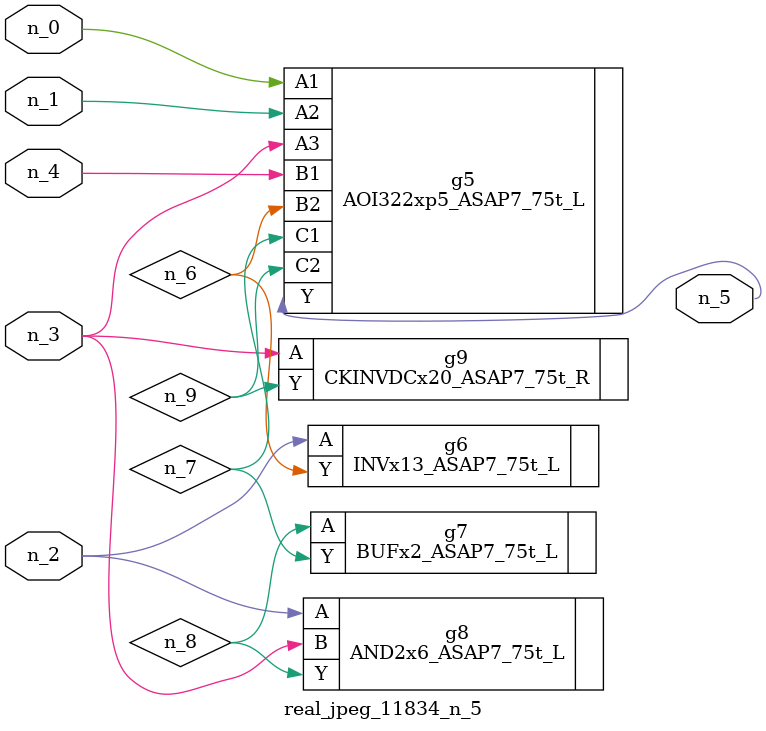
<source format=v>
module real_jpeg_11834_n_5 (n_4, n_0, n_1, n_2, n_3, n_5);

input n_4;
input n_0;
input n_1;
input n_2;
input n_3;

output n_5;

wire n_8;
wire n_6;
wire n_7;
wire n_9;

AOI322xp5_ASAP7_75t_L g5 ( 
.A1(n_0),
.A2(n_1),
.A3(n_3),
.B1(n_4),
.B2(n_6),
.C1(n_7),
.C2(n_9),
.Y(n_5)
);

INVx13_ASAP7_75t_L g6 ( 
.A(n_2),
.Y(n_6)
);

AND2x6_ASAP7_75t_L g8 ( 
.A(n_2),
.B(n_3),
.Y(n_8)
);

CKINVDCx20_ASAP7_75t_R g9 ( 
.A(n_3),
.Y(n_9)
);

BUFx2_ASAP7_75t_L g7 ( 
.A(n_8),
.Y(n_7)
);


endmodule
</source>
